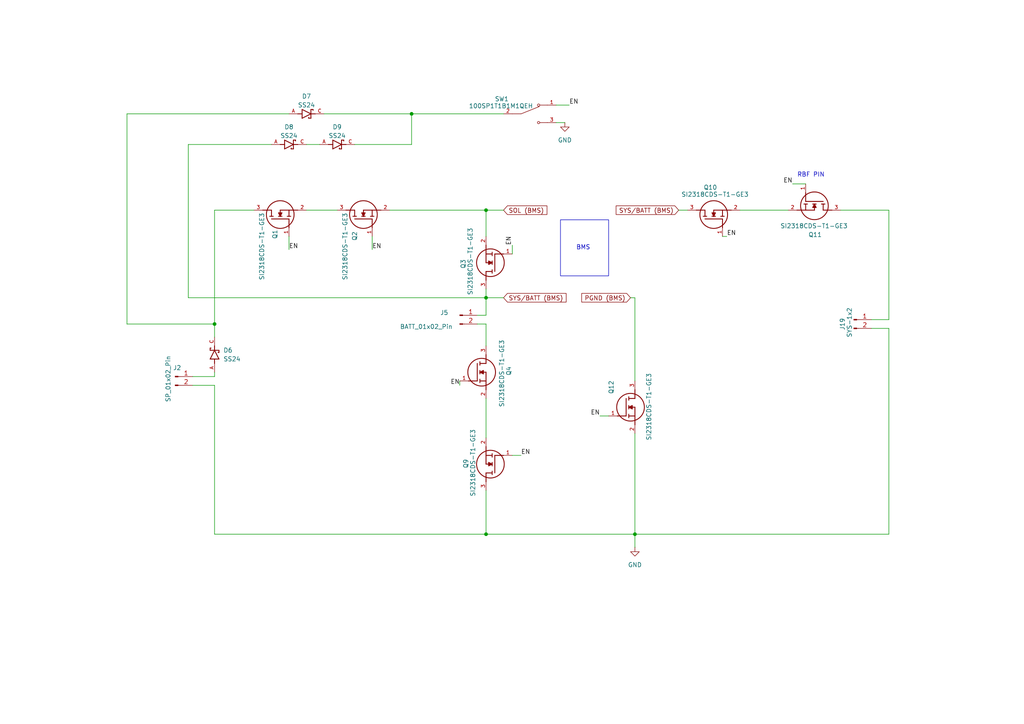
<source format=kicad_sch>
(kicad_sch (version 20250114) (generator "eeschema") (generator_version "9.0")
  (paper "A4")
  (lib_symbols
    (symbol "100SP1T1B1M1QEH:100SP1T1B1M1QEH" (pin_names (offset 1.016))
      (property "Reference" "S" (at -2.54 5.08 0))
      (property "Value" "100SP1T1B1M1QEH" (at -2.54 -5.08 0))
      (symbol "100SP1T1B1M1QEH_0_0"
        (polyline (pts (xy -2.54 0) (xy -5.08 0)) (stroke (width 0.1524)))
        (polyline (pts (xy -2.54 0) (xy 2.794 2.1336)) (stroke (width 0.1524)))
        (circle (center 2.54 2.54) (radius 0.3302) (stroke (width 0.1524)))
        (circle (center 2.54 -2.54) (radius 0.3302) (stroke (width 0.1524)))
        (polyline (pts (xy 5.08 2.54) (xy 2.921 2.54)) (stroke (width 0.1524)))
        (polyline (pts (xy 5.08 -2.54) (xy 2.921 -2.54)) (stroke (width 0.1524)))
        (pin passive line (at -7.62 0 0) (length 2.54) (name "~") (number "2"))
        (pin passive line (at 7.62 2.54 180) (length 2.54) (name "~") (number "1"))
        (pin passive line (at 7.62 -2.54 180) (length 2.54) (name "~") (number "3"))
      )
    )
    (symbol "Connector:Conn_01x02_Pin" (pin_names (offset 1.016) (hide yes))
      (property "Reference" "J" (at 0 2.54 0))
      (property "Value" "Conn_01x02_Pin" (at 0 -5.08 0))
      (symbol "Conn_01x02_Pin_1_1"
        (rectangle (start 0.8636 0.127) (end 0 -0.127) (stroke (width 0.1524)) (fill (type outline)))
        (rectangle (start 0.8636 -2.413) (end 0 -2.667) (stroke (width 0.1524)) (fill (type outline)))
        (polyline (pts (xy 1.27 0) (xy 0.8636 0)) (stroke (width 0.1524)))
        (polyline (pts (xy 1.27 -2.54) (xy 0.8636 -2.54)) (stroke (width 0.1524)))
        (pin passive line (at 5.08 0 180) (length 3.81) (name "Pin_1") (number "1"))
        (pin passive line (at 5.08 -2.54 180) (length 3.81) (name "Pin_2") (number "2"))
      )
    )
    (symbol "SI2318CDS-T1-GE3:SI2318CDS-T1-GE3" (pin_names (offset 1.016))
      (property "Reference" "IC" (at 11.43 3.81 0))
      (property "Value" "SI2318CDS-T1-GE3" (at 11.43 1.27 0))
      (symbol "SI2318CDS-T1-GE3_0_0"
        (polyline (pts (xy 2.54 0) (xy 5.08 0)) (stroke (width 0.254)))
        (polyline (pts (xy 5.08 5.08) (xy 5.08 0)) (stroke (width 0.254)))
        (polyline (pts (xy 5.842 5.588) (xy 5.842 4.572)) (stroke (width 0.254)))
        (polyline (pts (xy 5.842 2.54) (xy 6.858 3.048) (xy 6.858 2.032) (xy 5.842 2.54)) (stroke (width 0.254)) (fill (type outline)))
        (polyline (pts (xy 5.842 2.032) (xy 5.842 3.048)) (stroke (width 0.254)))
        (polyline (pts (xy 5.842 0) (xy 7.62 0)) (stroke (width 0.254)))
        (polyline (pts (xy 5.842 -0.508) (xy 5.842 0.508)) (stroke (width 0.254)))
        (circle (center 6.35 2.54) (radius 4.016) (stroke (width 0.254)))
        (polyline (pts (xy 7.62 5.08) (xy 5.842 5.08)) (stroke (width 0.254)))
        (polyline (pts (xy 7.62 5.08) (xy 7.62 7.62)) (stroke (width 0.254)))
        (polyline (pts (xy 7.62 2.54) (xy 5.842 2.54)) (stroke (width 0.254)))
        (polyline (pts (xy 7.62 2.54) (xy 7.62 -2.54)) (stroke (width 0.254)))
        (pin input line (at 0 0 0) (length 2.54) (name "~") (number "1"))
        (pin output line (at 7.62 10.16 270) (length 2.54) (name "~") (number "3"))
        (pin input line (at 7.62 -5.08 90) (length 2.54) (name "~") (number "2"))
      )
    )
    (symbol "SS24:SS24" (pin_names (offset 1.016))
      (property "Reference" "D" (at -5.08 2.54 0))
      (property "Value" "SS24" (at -5.08 -3.81 0))
      (symbol "SS24_0_0"
        (polyline (pts (xy -2.54 0) (xy -1.27 0)) (stroke (width 0.254)))
        (polyline (pts (xy -1.27 1.27) (xy -1.27 -1.27)) (stroke (width 0.254)))
        (polyline (pts (xy -1.27 -1.27) (xy 1.27 0)) (stroke (width 0.254)))
        (polyline (pts (xy 0.635 -1.016) (xy 0.635 -1.27)) (stroke (width 0.254)))
        (polyline (pts (xy 1.27 1.27) (xy 1.27 -1.27)) (stroke (width 0.254)))
        (polyline (pts (xy 1.27 0) (xy -1.27 1.27)) (stroke (width 0.254)))
        (polyline (pts (xy 1.27 -1.27) (xy 0.635 -1.27)) (stroke (width 0.254)))
        (polyline (pts (xy 1.905 1.27) (xy 1.27 1.27)) (stroke (width 0.254)))
        (polyline (pts (xy 1.905 1.27) (xy 1.905 1.016)) (stroke (width 0.254)))
        (polyline (pts (xy 2.54 0) (xy 1.27 0)) (stroke (width 0.254)))
        (pin passive line (at -5.08 0 0) (length 2.54) (name "~") (number "A"))
        (pin passive line (at 5.08 0 180) (length 2.54) (name "~") (number "C"))
      )
    )
    (symbol "power:GND" (power) (pin_numbers (hide yes)) (pin_names (offset 0) (hide yes))
      (property "Value" "GND" (at 0 -3.81 0))
      (symbol "GND_0_1"
        (polyline (pts (xy 0 0) (xy 0 -1.27) (xy 1.27 -1.27) (xy 0 -2.54) (xy -1.27 -1.27) (xy 0 -1.27)))
      )
      (symbol "GND_1_1"
        (pin power_in line (at 0 0 270) (length 0) (name "~") (number "1"))
      )
    )
  )
  (rectangle (start 162.56 63.754) (end 176.53 80.01))
  (text "BMS\n" (at 169.164 71.882 0) (effects (font (size 1.27 1.27))))
  (text "RBF PIN" (at 235.204 50.8 0) (effects (font (size 1.27 1.27))))
  (junction (at 184.15 154.94))
  (junction (at 140.97 86.36))
  (junction (at 62.23 93.98))
  (junction (at 140.97 154.94))
  (junction (at 140.97 60.96))
  (junction (at 119.38 33.02))
  (wire (pts (xy 252.73 92.71) (xy 257.81 92.71)))
  (wire (pts (xy 140.97 86.36) (xy 54.61 86.36)))
  (wire (pts (xy 140.97 154.94) (xy 184.15 154.94)))
  (wire (pts (xy 214.63 60.96) (xy 228.6 60.96)))
  (wire (pts (xy 140.97 86.36) (xy 140.97 83.82)))
  (wire (pts (xy 182.88 86.36) (xy 184.15 86.36)))
  (wire (pts (xy 173.99 120.65) (xy 176.53 120.65)))
  (wire (pts (xy 55.88 109.22) (xy 62.23 109.22)))
  (wire (pts (xy 184.15 154.94) (xy 257.81 154.94)))
  (wire (pts (xy 243.84 60.96) (xy 257.81 60.96)))
  (wire (pts (xy 62.23 93.98) (xy 36.83 93.98)))
  (wire (pts (xy 36.83 33.02) (xy 83.82 33.02)))
  (wire (pts (xy 140.97 91.44) (xy 140.97 86.36)))
  (wire (pts (xy 140.97 60.96) (xy 113.03 60.96)))
  (wire (pts (xy 184.15 154.94) (xy 184.15 158.75)))
  (wire (pts (xy 161.29 30.48) (xy 165.1 30.48)))
  (wire (pts (xy 140.97 100.33) (xy 140.97 93.98)))
  (wire (pts (xy 209.55 68.58) (xy 210.82 68.58)))
  (wire (pts (xy 140.97 60.96) (xy 146.05 60.96)))
  (wire (pts (xy 54.61 86.36) (xy 54.61 41.91)))
  (wire (pts (xy 102.87 41.91) (xy 119.38 41.91)))
  (wire (pts (xy 161.29 35.56) (xy 163.83 35.56)))
  (wire (pts (xy 140.97 86.36) (xy 146.05 86.36)))
  (wire (pts (xy 148.59 132.08) (xy 151.13 132.08)))
  (wire (pts (xy 140.97 93.98) (xy 138.43 93.98)))
  (wire (pts (xy 140.97 68.58) (xy 140.97 60.96)))
  (wire (pts (xy 62.23 60.96) (xy 62.23 93.98)))
  (wire (pts (xy 133.35 110.49) (xy 133.35 111.76)))
  (wire (pts (xy 62.23 107.95) (xy 62.23 109.22)))
  (wire (pts (xy 88.9 41.91) (xy 92.71 41.91)))
  (wire (pts (xy 36.83 93.98) (xy 36.83 33.02)))
  (wire (pts (xy 83.82 68.58) (xy 83.82 72.39)))
  (wire (pts (xy 233.68 53.34) (xy 229.87 53.34)))
  (wire (pts (xy 119.38 33.02) (xy 146.05 33.02)))
  (wire (pts (xy 140.97 127) (xy 140.97 115.57)))
  (wire (pts (xy 257.81 95.25) (xy 257.81 154.94)))
  (wire (pts (xy 184.15 125.73) (xy 184.15 154.94)))
  (wire (pts (xy 138.43 91.44) (xy 140.97 91.44)))
  (wire (pts (xy 257.81 92.71) (xy 257.81 60.96)))
  (wire (pts (xy 62.23 93.98) (xy 62.23 97.79)))
  (wire (pts (xy 107.95 68.58) (xy 107.95 72.39)))
  (wire (pts (xy 184.15 86.36) (xy 184.15 110.49)))
  (wire (pts (xy 97.79 60.96) (xy 88.9 60.96)))
  (wire (pts (xy 62.23 111.76) (xy 62.23 154.94)))
  (wire (pts (xy 148.59 71.12) (xy 148.59 73.66)))
  (wire (pts (xy 54.61 41.91) (xy 78.74 41.91)))
  (wire (pts (xy 196.85 60.96) (xy 199.39 60.96)))
  (wire (pts (xy 62.23 60.96) (xy 73.66 60.96)))
  (wire (pts (xy 62.23 154.94) (xy 140.97 154.94)))
  (wire (pts (xy 93.98 33.02) (xy 119.38 33.02)))
  (wire (pts (xy 62.23 111.76) (xy 55.88 111.76)))
  (wire (pts (xy 119.38 33.02) (xy 119.38 41.91)))
  (wire (pts (xy 252.73 95.25) (xy 257.81 95.25)))
  (wire (pts (xy 140.97 142.24) (xy 140.97 154.94)))
  (label "EN" (at 210.82 68.58 0))
  (label "EN" (at 83.82 72.39 0))
  (label "EN" (at 165.1 30.48 0))
  (label "EN" (at 107.95 72.39 0))
  (label "EN" (at 133.35 111.76 180))
  (label "EN" (at 173.99 120.65 180))
  (label "EN" (at 151.13 132.08 0))
  (label "EN" (at 229.87 53.34 180))
  (label "EN" (at 148.59 71.12 90))
  (global_label "PGND (BMS)" (shape input) (at 182.88 86.36 180) (property "Intersheetrefs" "${INTERSHEET_REFS}" (effects (hide yes))))
  (global_label "SYS{slash}BATT (BMS)" (shape input) (at 196.85 60.96 180) (property "Intersheetrefs" "${INTERSHEET_REFS}" (effects (hide yes))))
  (global_label "SOL (BMS)" (shape input) (at 146.05 60.96 0) (property "Intersheetrefs" "${INTERSHEET_REFS}" (effects (hide yes))))
  (global_label "SYS{slash}BATT (BMS)" (shape input) (at 146.05 86.36 0) (property "Intersheetrefs" "${INTERSHEET_REFS}" (effects (hide yes))))
  (symbol (lib_id "SS24:SS24") (at 97.79 41.91 0) (unit 1)
    (property "Reference" "D9" (at 97.79 36.83 0))
    (property "Value" "SS24" (at 97.79 39.37 0))
    (property "Footprint" "bmsfootprints:SS24" (effects (hide yes)))
    (property "PARTREV" "N2306" (effects (hide yes)))
    (property "MANUFACTURER" "Taiwan Semiconductor" (effects (hide yes)))
    (property "SNAPEDA_PN" "SS22" (effects (hide yes)))
    (property "MAXIMUM_PACKAGE_HEIGHT" "2.65mm" (effects (hide yes)))
    (property "STANDARD" "Manufacturer Recommendations" (effects (hide yes)))
  )
  (symbol (lib_id "power:GND") (at 184.15 158.75 0) (unit 1)
    (property "Reference" "#PWR04" (effects (hide yes)))
    (property "Value" "GND" (at 184.15 163.83 0))
    (property "Description" "Power symbol creates a global label with name \"GND\" , ground" (effects (hide yes)))
  )
  (symbol (lib_id "SI2318CDS-T1-GE3:SI2318CDS-T1-GE3") (at 148.59 73.66 180) (unit 1)
    (property "Reference" "Q3" (at 134.366 75.184 90) (effects (justify left)))
    (property "Value" "SI2318CDS-T1-GE3" (at 136.398 66.04 90) (effects (justify left)))
    (property "Footprint" "bmsfootprints:SI2318CDS-T1-GE3" (effects (hide yes)))
    (property "MANUFACTURER_NAME" "Vishay" (effects (hide yes)))
    (property "MF" "Vishay Siliconix" (effects (hide yes)))
    (property "MOUSER_PRICE-STOCK" "https://www.mouser.com/Search/Refine.aspx?Keyword=781-SI2318CDS-T1-GE3" (effects (hide yes)))
    (property "DESCRIPTION" "Vishay SI2318CDS-T1-GE3 N-channel MOSFET Transistor, 5.6 A, 40 V, 3-Pin SOT-23" (effects (hide yes)))
    (property "RS_PART_NUMBER" "7879036P" (effects (hide yes)))
    (property "Price" "None" (effects (hide yes)))
    (property "MOUSER_PART_NUMBER" "781-SI2318CDS-T1-GE3" (effects (hide yes)))
    (property "Check_prices" "https://www.snapeda.com/parts/SI2318CDS-T1-GE3/Vishay/view-part/?ref=eda" (effects (hide yes)))
    (property "HEIGHT" "1.12mm" (effects (hide yes)))
    (property "SnapEDA_Link" "https://www.snapeda.com/parts/SI2318CDS-T1-GE3/Vishay/view-part/?ref=snap" (effects (hide yes)))
    (property "MP" "SI2318CDS-T1-GE3" (effects (hide yes)))
    (property "Package" "SOT-23-3 Vishay Siliconix" (effects (hide yes)))
    (property "Purchase-URL" "https://www.snapeda.com/api/url_track_click_mouser/?unipart_id=412811&manufacturer=Vishay Siliconix&part_name=SI2318CDS-T1-GE3&search_term=None" (effects (hide yes)))
    (property "RS_PRICE-STOCK" "http://uk.rs-online.com/web/p/products/7879036P" (effects (hide yes)))
    (property "Description_1" "SI2318CDS-T1-GE3 N-channel MOSFET Transistor, 5.6 A, 40 V, 3-Pin SOT-23 | Siliconix / Vishay SI2318CDS-T1-GE3" (effects (hide yes)))
    (property "Availability" "In Stock" (effects (hide yes)))
    (property "MANUFACTURER_PART_NUMBER" "SI2318CDS-T1-GE3" (effects (hide yes)))
  )
  (symbol (lib_id "SS24:SS24") (at 88.9 33.02 0) (unit 1)
    (property "Reference" "D7" (at 88.9 27.94 0))
    (property "Value" "SS24" (at 88.9 30.48 0))
    (property "Footprint" "bmsfootprints:SS24" (effects (hide yes)))
    (property "PARTREV" "N2306" (effects (hide yes)))
    (property "MANUFACTURER" "Taiwan Semiconductor" (effects (hide yes)))
    (property "SNAPEDA_PN" "SS22" (effects (hide yes)))
    (property "MAXIMUM_PACKAGE_HEIGHT" "2.65mm" (effects (hide yes)))
    (property "STANDARD" "Manufacturer Recommendations" (effects (hide yes)))
  )
  (symbol (lib_id "Connector:Conn_01x02_Pin") (at 247.65 92.71 0) (unit 1)
    (property "Reference" "J19" (at 244.348 92.202 90) (effects (justify right)))
    (property "Value" "SYS-1x2" (at 246.38 89.154 90) (effects (justify right)))
    (property "Footprint" "Connector_PinHeader_2.54mm:PinHeader_1x02_P2.54mm_Vertical" (effects (hide yes)))
    (property "Description" "Generic connector, single row, 01x02, script generated" (effects (hide yes)))
  )
  (symbol (lib_id "Connector:Conn_01x02_Pin") (at 133.35 91.44 0) (unit 1)
    (property "Reference" "J5" (at 130.048 90.678 0) (effects (justify right)))
    (property "Value" "BATT_01x02_Pin" (at 131.318 94.742 0) (effects (justify right)))
    (property "Footprint" "Connector_PinHeader_2.54mm:PinHeader_1x02_P2.54mm_Vertical" (effects (hide yes)))
    (property "Description" "Generic connector, single row, 01x02, script generated" (effects (hide yes)))
  )
  (symbol (lib_id "SI2318CDS-T1-GE3:SI2318CDS-T1-GE3") (at 233.68 53.34 270) (unit 1)
    (property "Reference" "Q11" (at 234.442 68.072 90) (effects (justify left)))
    (property "Value" "SI2318CDS-T1-GE3" (at 226.314 65.532 90) (effects (justify left)))
    (property "Footprint" "bmsfootprints:SI2318CDS-T1-GE3" (effects (hide yes)))
    (property "MANUFACTURER_NAME" "Vishay" (effects (hide yes)))
    (property "MF" "Vishay Siliconix" (effects (hide yes)))
    (property "MOUSER_PRICE-STOCK" "https://www.mouser.com/Search/Refine.aspx?Keyword=781-SI2318CDS-T1-GE3" (effects (hide yes)))
    (property "DESCRIPTION" "Vishay SI2318CDS-T1-GE3 N-channel MOSFET Transistor, 5.6 A, 40 V, 3-Pin SOT-23" (effects (hide yes)))
    (property "RS_PART_NUMBER" "7879036P" (effects (hide yes)))
    (property "Price" "None" (effects (hide yes)))
    (property "MOUSER_PART_NUMBER" "781-SI2318CDS-T1-GE3" (effects (hide yes)))
    (property "Check_prices" "https://www.snapeda.com/parts/SI2318CDS-T1-GE3/Vishay/view-part/?ref=eda" (effects (hide yes)))
    (property "HEIGHT" "1.12mm" (effects (hide yes)))
    (property "SnapEDA_Link" "https://www.snapeda.com/parts/SI2318CDS-T1-GE3/Vishay/view-part/?ref=snap" (effects (hide yes)))
    (property "MP" "SI2318CDS-T1-GE3" (effects (hide yes)))
    (property "Package" "SOT-23-3 Vishay Siliconix" (effects (hide yes)))
    (property "Purchase-URL" "https://www.snapeda.com/api/url_track_click_mouser/?unipart_id=412811&manufacturer=Vishay Siliconix&part_name=SI2318CDS-T1-GE3&search_term=None" (effects (hide yes)))
    (property "RS_PRICE-STOCK" "http://uk.rs-online.com/web/p/products/7879036P" (effects (hide yes)))
    (property "Description_1" "SI2318CDS-T1-GE3 N-channel MOSFET Transistor, 5.6 A, 40 V, 3-Pin SOT-23 | Siliconix / Vishay SI2318CDS-T1-GE3" (effects (hide yes)))
    (property "Availability" "In Stock" (effects (hide yes)))
    (property "MANUFACTURER_PART_NUMBER" "SI2318CDS-T1-GE3" (effects (hide yes)))
  )
  (symbol (lib_id "SI2318CDS-T1-GE3:SI2318CDS-T1-GE3") (at 209.55 68.58 90) (unit 1)
    (property "Reference" "Q10" (at 208.026 54.356 90) (effects (justify left)))
    (property "Value" "SI2318CDS-T1-GE3" (at 217.17 56.388 90) (effects (justify left)))
    (property "Footprint" "bmsfootprints:SI2318CDS-T1-GE3" (effects (hide yes)))
    (property "MANUFACTURER_NAME" "Vishay" (effects (hide yes)))
    (property "MF" "Vishay Siliconix" (effects (hide yes)))
    (property "MOUSER_PRICE-STOCK" "https://www.mouser.com/Search/Refine.aspx?Keyword=781-SI2318CDS-T1-GE3" (effects (hide yes)))
    (property "DESCRIPTION" "Vishay SI2318CDS-T1-GE3 N-channel MOSFET Transistor, 5.6 A, 40 V, 3-Pin SOT-23" (effects (hide yes)))
    (property "RS_PART_NUMBER" "7879036P" (effects (hide yes)))
    (property "Price" "None" (effects (hide yes)))
    (property "MOUSER_PART_NUMBER" "781-SI2318CDS-T1-GE3" (effects (hide yes)))
    (property "Check_prices" "https://www.snapeda.com/parts/SI2318CDS-T1-GE3/Vishay/view-part/?ref=eda" (effects (hide yes)))
    (property "HEIGHT" "1.12mm" (effects (hide yes)))
    (property "SnapEDA_Link" "https://www.snapeda.com/parts/SI2318CDS-T1-GE3/Vishay/view-part/?ref=snap" (effects (hide yes)))
    (property "MP" "SI2318CDS-T1-GE3" (effects (hide yes)))
    (property "Package" "SOT-23-3 Vishay Siliconix" (effects (hide yes)))
    (property "Purchase-URL" "https://www.snapeda.com/api/url_track_click_mouser/?unipart_id=412811&manufacturer=Vishay Siliconix&part_name=SI2318CDS-T1-GE3&search_term=None" (effects (hide yes)))
    (property "RS_PRICE-STOCK" "http://uk.rs-online.com/web/p/products/7879036P" (effects (hide yes)))
    (property "Description_1" "SI2318CDS-T1-GE3 N-channel MOSFET Transistor, 5.6 A, 40 V, 3-Pin SOT-23 | Siliconix / Vishay SI2318CDS-T1-GE3" (effects (hide yes)))
    (property "Availability" "In Stock" (effects (hide yes)))
    (property "MANUFACTURER_PART_NUMBER" "SI2318CDS-T1-GE3" (effects (hide yes)))
  )
  (symbol (lib_id "SI2318CDS-T1-GE3:SI2318CDS-T1-GE3") (at 107.95 68.58 90) (unit 1)
    (property "Reference" "Q2" (at 102.87 69.85 0) (effects (justify left)))
    (property "Value" "SI2318CDS-T1-GE3" (at 100.076 81.28 0) (effects (justify left)))
    (property "Footprint" "bmsfootprints:SI2318CDS-T1-GE3" (effects (hide yes)))
    (property "MANUFACTURER_NAME" "Vishay" (effects (hide yes)))
    (property "MF" "Vishay Siliconix" (effects (hide yes)))
    (property "MOUSER_PRICE-STOCK" "https://www.mouser.com/Search/Refine.aspx?Keyword=781-SI2318CDS-T1-GE3" (effects (hide yes)))
    (property "DESCRIPTION" "Vishay SI2318CDS-T1-GE3 N-channel MOSFET Transistor, 5.6 A, 40 V, 3-Pin SOT-23" (effects (hide yes)))
    (property "RS_PART_NUMBER" "7879036P" (effects (hide yes)))
    (property "Price" "None" (effects (hide yes)))
    (property "MOUSER_PART_NUMBER" "781-SI2318CDS-T1-GE3" (effects (hide yes)))
    (property "Check_prices" "https://www.snapeda.com/parts/SI2318CDS-T1-GE3/Vishay/view-part/?ref=eda" (effects (hide yes)))
    (property "HEIGHT" "1.12mm" (effects (hide yes)))
    (property "SnapEDA_Link" "https://www.snapeda.com/parts/SI2318CDS-T1-GE3/Vishay/view-part/?ref=snap" (effects (hide yes)))
    (property "MP" "SI2318CDS-T1-GE3" (effects (hide yes)))
    (property "Package" "SOT-23-3 Vishay Siliconix" (effects (hide yes)))
    (property "Purchase-URL" "https://www.snapeda.com/api/url_track_click_mouser/?unipart_id=412811&manufacturer=Vishay Siliconix&part_name=SI2318CDS-T1-GE3&search_term=None" (effects (hide yes)))
    (property "RS_PRICE-STOCK" "http://uk.rs-online.com/web/p/products/7879036P" (effects (hide yes)))
    (property "Description_1" "SI2318CDS-T1-GE3 N-channel MOSFET Transistor, 5.6 A, 40 V, 3-Pin SOT-23 | Siliconix / Vishay SI2318CDS-T1-GE3" (effects (hide yes)))
    (property "Availability" "In Stock" (effects (hide yes)))
    (property "MANUFACTURER_PART_NUMBER" "SI2318CDS-T1-GE3" (effects (hide yes)))
  )
  (symbol (lib_id "SI2318CDS-T1-GE3:SI2318CDS-T1-GE3") (at 83.82 68.58 90) (unit 1)
    (property "Reference" "Q1" (at 79.756 69.342 0) (effects (justify left)))
    (property "Value" "SI2318CDS-T1-GE3" (at 75.946 81.28 0) (effects (justify left)))
    (property "Footprint" "bmsfootprints:SI2318CDS-T1-GE3" (effects (hide yes)))
    (property "MANUFACTURER_NAME" "Vishay" (effects (hide yes)))
    (property "MF" "Vishay Siliconix" (effects (hide yes)))
    (property "MOUSER_PRICE-STOCK" "https://www.mouser.com/Search/Refine.aspx?Keyword=781-SI2318CDS-T1-GE3" (effects (hide yes)))
    (property "DESCRIPTION" "Vishay SI2318CDS-T1-GE3 N-channel MOSFET Transistor, 5.6 A, 40 V, 3-Pin SOT-23" (effects (hide yes)))
    (property "RS_PART_NUMBER" "7879036P" (effects (hide yes)))
    (property "Price" "None" (effects (hide yes)))
    (property "MOUSER_PART_NUMBER" "781-SI2318CDS-T1-GE3" (effects (hide yes)))
    (property "Check_prices" "https://www.snapeda.com/parts/SI2318CDS-T1-GE3/Vishay/view-part/?ref=eda" (effects (hide yes)))
    (property "HEIGHT" "1.12mm" (effects (hide yes)))
    (property "SnapEDA_Link" "https://www.snapeda.com/parts/SI2318CDS-T1-GE3/Vishay/view-part/?ref=snap" (effects (hide yes)))
    (property "MP" "SI2318CDS-T1-GE3" (effects (hide yes)))
    (property "Package" "SOT-23-3 Vishay Siliconix" (effects (hide yes)))
    (property "Purchase-URL" "https://www.snapeda.com/api/url_track_click_mouser/?unipart_id=412811&manufacturer=Vishay Siliconix&part_name=SI2318CDS-T1-GE3&search_term=None" (effects (hide yes)))
    (property "RS_PRICE-STOCK" "http://uk.rs-online.com/web/p/products/7879036P" (effects (hide yes)))
    (property "Description_1" "SI2318CDS-T1-GE3 N-channel MOSFET Transistor, 5.6 A, 40 V, 3-Pin SOT-23 | Siliconix / Vishay SI2318CDS-T1-GE3" (effects (hide yes)))
    (property "Availability" "In Stock" (effects (hide yes)))
    (property "MANUFACTURER_PART_NUMBER" "SI2318CDS-T1-GE3" (effects (hide yes)))
  )
  (symbol (lib_id "SS24:SS24") (at 62.23 102.87 90) (unit 1)
    (property "Reference" "D6" (at 64.77 101.5999 90) (effects (justify right)))
    (property "Value" "SS24" (at 64.77 104.1399 90) (effects (justify right)))
    (property "Footprint" "bmsfootprints:SS24" (effects (hide yes)))
    (property "PARTREV" "N2306" (effects (hide yes)))
    (property "MANUFACTURER" "Taiwan Semiconductor" (effects (hide yes)))
    (property "SNAPEDA_PN" "SS22" (effects (hide yes)))
    (property "MAXIMUM_PACKAGE_HEIGHT" "2.65mm" (effects (hide yes)))
    (property "STANDARD" "Manufacturer Recommendations" (effects (hide yes)))
  )
  (symbol (lib_id "SI2318CDS-T1-GE3:SI2318CDS-T1-GE3") (at 133.35 110.49 0) (unit 1)
    (property "Reference" "Q4" (at 147.574 108.966 90) (effects (justify left)))
    (property "Value" "SI2318CDS-T1-GE3" (at 145.542 118.11 90) (effects (justify left)))
    (property "Footprint" "bmsfootprints:SI2318CDS-T1-GE3" (effects (hide yes)))
    (property "MANUFACTURER_NAME" "Vishay" (effects (hide yes)))
    (property "MF" "Vishay Siliconix" (effects (hide yes)))
    (property "MOUSER_PRICE-STOCK" "https://www.mouser.com/Search/Refine.aspx?Keyword=781-SI2318CDS-T1-GE3" (effects (hide yes)))
    (property "DESCRIPTION" "Vishay SI2318CDS-T1-GE3 N-channel MOSFET Transistor, 5.6 A, 40 V, 3-Pin SOT-23" (effects (hide yes)))
    (property "RS_PART_NUMBER" "7879036P" (effects (hide yes)))
    (property "Price" "None" (effects (hide yes)))
    (property "MOUSER_PART_NUMBER" "781-SI2318CDS-T1-GE3" (effects (hide yes)))
    (property "Check_prices" "https://www.snapeda.com/parts/SI2318CDS-T1-GE3/Vishay/view-part/?ref=eda" (effects (hide yes)))
    (property "HEIGHT" "1.12mm" (effects (hide yes)))
    (property "SnapEDA_Link" "https://www.snapeda.com/parts/SI2318CDS-T1-GE3/Vishay/view-part/?ref=snap" (effects (hide yes)))
    (property "MP" "SI2318CDS-T1-GE3" (effects (hide yes)))
    (property "Package" "SOT-23-3 Vishay Siliconix" (effects (hide yes)))
    (property "Purchase-URL" "https://www.snapeda.com/api/url_track_click_mouser/?unipart_id=412811&manufacturer=Vishay Siliconix&part_name=SI2318CDS-T1-GE3&search_term=None" (effects (hide yes)))
    (property "RS_PRICE-STOCK" "http://uk.rs-online.com/web/p/products/7879036P" (effects (hide yes)))
    (property "Description_1" "SI2318CDS-T1-GE3 N-channel MOSFET Transistor, 5.6 A, 40 V, 3-Pin SOT-23 | Siliconix / Vishay SI2318CDS-T1-GE3" (effects (hide yes)))
    (property "Availability" "In Stock" (effects (hide yes)))
    (property "MANUFACTURER_PART_NUMBER" "SI2318CDS-T1-GE3" (effects (hide yes)))
  )
  (symbol (lib_id "100SP1T1B1M1QEH:100SP1T1B1M1QEH") (at 153.67 33.02 0) (unit 1)
    (property "Reference" "SW1" (at 145.542 28.702 0))
    (property "Value" "100SP1T1B1M1QEH" (at 145.288 30.734 0))
    (property "Footprint" "bmsfootprints:SW_100SP1T1B1M1QEH" (effects (hide yes)))
    (property "MF" "E-Switch" (effects (hide yes)))
    (property "MAXIMUM_PACKAGE_HEIGHT" "30.21 mm" (effects (hide yes)))
    (property "Package" "None" (effects (hide yes)))
    (property "Price" "None" (effects (hide yes)))
    (property "Check_prices" "https://www.snapeda.com/parts/100SP1T1B1M1QEH/E-Switch/view-part/?ref=eda" (effects (hide yes)))
    (property "STANDARD" "IPC 7351B" (effects (hide yes)))
    (property "PARTREV" "D" (effects (hide yes)))
    (property "SnapEDA_Link" "https://www.snapeda.com/parts/100SP1T1B1M1QEH/E-Switch/view-part/?ref=snap" (effects (hide yes)))
    (property "MP" "100SP1T1B1M1QEH" (effects (hide yes)))
    (property "Description_1" "Toggle Switch, 100 Series, SPDT, ON-NONE-ON, Sealed, 5A, 120VAC, 28VDC, Solder | E-Switch 100SP1T1B1M1QEH" (effects (hide yes)))
    (property "Availability" "In Stock" (effects (hide yes)))
    (property "MANUFACTURER" "E-switch" (effects (hide yes)))
  )
  (symbol (lib_id "power:GND") (at 163.83 35.56 0) (unit 1)
    (property "Reference" "#PWR015" (effects (hide yes)))
    (property "Value" "GND" (at 163.83 40.64 0))
    (property "Description" "Power symbol creates a global label with name \"GND\" , ground" (effects (hide yes)))
  )
  (symbol (lib_id "SS24:SS24") (at 83.82 41.91 0) (unit 1)
    (property "Reference" "D8" (at 83.82 36.83 0))
    (property "Value" "SS24" (at 83.82 39.37 0))
    (property "Footprint" "bmsfootprints:SS24" (effects (hide yes)))
    (property "PARTREV" "N2306" (effects (hide yes)))
    (property "MANUFACTURER" "Taiwan Semiconductor" (effects (hide yes)))
    (property "SNAPEDA_PN" "SS22" (effects (hide yes)))
    (property "MAXIMUM_PACKAGE_HEIGHT" "2.65mm" (effects (hide yes)))
    (property "STANDARD" "Manufacturer Recommendations" (effects (hide yes)))
  )
  (symbol (lib_id "Connector:Conn_01x02_Pin") (at 50.8 109.22 0) (unit 1)
    (property "Reference" "J2" (at 52.578 106.68 0) (effects (justify right)))
    (property "Value" "SP_01x02_Pin" (at 48.768 103.124 90) (effects (justify right)))
    (property "Footprint" "Connector_PinHeader_2.54mm:PinHeader_1x02_P2.54mm_Vertical" (effects (hide yes)))
    (property "Description" "Generic connector, single row, 01x02, script generated" (effects (hide yes)))
  )
  (symbol (lib_id "SI2318CDS-T1-GE3:SI2318CDS-T1-GE3") (at 176.53 120.65 0) (unit 1)
    (property "Reference" "Q12" (at 177.292 114.3 90) (effects (justify left)))
    (property "Value" "SI2318CDS-T1-GE3" (at 188.214 127.762 90) (effects (justify left)))
    (property "Footprint" "bmsfootprints:SI2318CDS-T1-GE3" (effects (hide yes)))
    (property "MANUFACTURER_NAME" "Vishay" (effects (hide yes)))
    (property "MF" "Vishay Siliconix" (effects (hide yes)))
    (property "MOUSER_PRICE-STOCK" "https://www.mouser.com/Search/Refine.aspx?Keyword=781-SI2318CDS-T1-GE3" (effects (hide yes)))
    (property "DESCRIPTION" "Vishay SI2318CDS-T1-GE3 N-channel MOSFET Transistor, 5.6 A, 40 V, 3-Pin SOT-23" (effects (hide yes)))
    (property "RS_PART_NUMBER" "7879036P" (effects (hide yes)))
    (property "Price" "None" (effects (hide yes)))
    (property "MOUSER_PART_NUMBER" "781-SI2318CDS-T1-GE3" (effects (hide yes)))
    (property "Check_prices" "https://www.snapeda.com/parts/SI2318CDS-T1-GE3/Vishay/view-part/?ref=eda" (effects (hide yes)))
    (property "HEIGHT" "1.12mm" (effects (hide yes)))
    (property "SnapEDA_Link" "https://www.snapeda.com/parts/SI2318CDS-T1-GE3/Vishay/view-part/?ref=snap" (effects (hide yes)))
    (property "MP" "SI2318CDS-T1-GE3" (effects (hide yes)))
    (property "Package" "SOT-23-3 Vishay Siliconix" (effects (hide yes)))
    (property "Purchase-URL" "https://www.snapeda.com/api/url_track_click_mouser/?unipart_id=412811&manufacturer=Vishay Siliconix&part_name=SI2318CDS-T1-GE3&search_term=None" (effects (hide yes)))
    (property "RS_PRICE-STOCK" "http://uk.rs-online.com/web/p/products/7879036P" (effects (hide yes)))
    (property "Description_1" "SI2318CDS-T1-GE3 N-channel MOSFET Transistor, 5.6 A, 40 V, 3-Pin SOT-23 | Siliconix / Vishay SI2318CDS-T1-GE3" (effects (hide yes)))
    (property "Availability" "In Stock" (effects (hide yes)))
    (property "MANUFACTURER_PART_NUMBER" "SI2318CDS-T1-GE3" (effects (hide yes)))
  )
  (symbol (lib_id "SI2318CDS-T1-GE3:SI2318CDS-T1-GE3") (at 148.59 132.08 180) (unit 1)
    (property "Reference" "Q9" (at 135.128 133.096 90) (effects (justify left)))
    (property "Value" "SI2318CDS-T1-GE3" (at 137.16 124.46 90) (effects (justify left)))
    (property "Footprint" "bmsfootprints:SI2318CDS-T1-GE3" (effects (hide yes)))
    (property "MANUFACTURER_NAME" "Vishay" (effects (hide yes)))
    (property "MF" "Vishay Siliconix" (effects (hide yes)))
    (property "MOUSER_PRICE-STOCK" "https://www.mouser.com/Search/Refine.aspx?Keyword=781-SI2318CDS-T1-GE3" (effects (hide yes)))
    (property "DESCRIPTION" "Vishay SI2318CDS-T1-GE3 N-channel MOSFET Transistor, 5.6 A, 40 V, 3-Pin SOT-23" (effects (hide yes)))
    (property "RS_PART_NUMBER" "7879036P" (effects (hide yes)))
    (property "Price" "None" (effects (hide yes)))
    (property "MOUSER_PART_NUMBER" "781-SI2318CDS-T1-GE3" (effects (hide yes)))
    (property "Check_prices" "https://www.snapeda.com/parts/SI2318CDS-T1-GE3/Vishay/view-part/?ref=eda" (effects (hide yes)))
    (property "HEIGHT" "1.12mm" (effects (hide yes)))
    (property "SnapEDA_Link" "https://www.snapeda.com/parts/SI2318CDS-T1-GE3/Vishay/view-part/?ref=snap" (effects (hide yes)))
    (property "MP" "SI2318CDS-T1-GE3" (effects (hide yes)))
    (property "Package" "SOT-23-3 Vishay Siliconix" (effects (hide yes)))
    (property "Purchase-URL" "https://www.snapeda.com/api/url_track_click_mouser/?unipart_id=412811&manufacturer=Vishay Siliconix&part_name=SI2318CDS-T1-GE3&search_term=None" (effects (hide yes)))
    (property "RS_PRICE-STOCK" "http://uk.rs-online.com/web/p/products/7879036P" (effects (hide yes)))
    (property "Description_1" "SI2318CDS-T1-GE3 N-channel MOSFET Transistor, 5.6 A, 40 V, 3-Pin SOT-23 | Siliconix / Vishay SI2318CDS-T1-GE3" (effects (hide yes)))
    (property "Availability" "In Stock" (effects (hide yes)))
    (property "MANUFACTURER_PART_NUMBER" "SI2318CDS-T1-GE3" (effects (hide yes)))
  )
)
</source>
